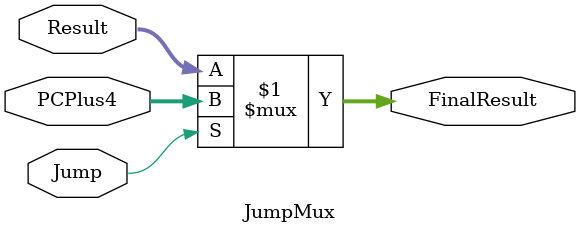
<source format=sv>
module JumpMux #(
    parameter DATA_WIDTH = 32
)(
    input logic Jump,
    input logic [DATA_WIDTH -1 :0] Result,
    input logic [DATA_WIDTH -1 :0] PCPlus4,
    output logic [DATA_WIDTH -1 :0] FinalResult
);

assign FinalResult = (Jump) ? PCPlus4: Result;

endmodule

</source>
